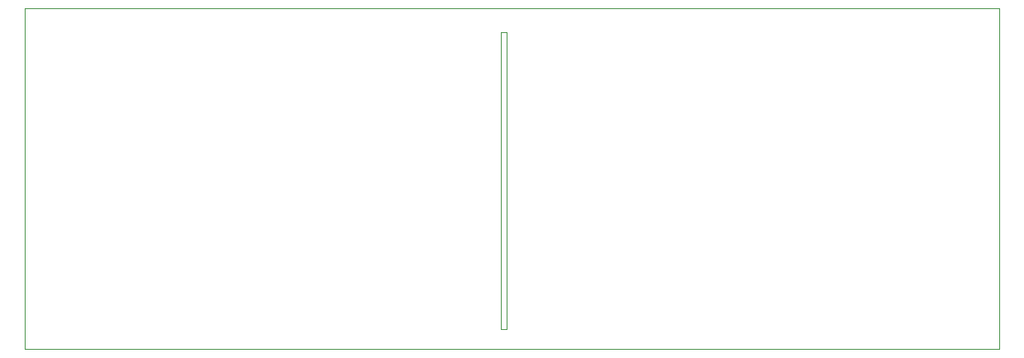
<source format=gbr>
%TF.GenerationSoftware,KiCad,Pcbnew,8.0.5-dirty*%
%TF.CreationDate,2024-09-28T11:23:51-03:00*%
%TF.ProjectId,control_remoto_bcd,636f6e74-726f-46c5-9f72-656d6f746f5f,rev?*%
%TF.SameCoordinates,Original*%
%TF.FileFunction,Profile,NP*%
%FSLAX46Y46*%
G04 Gerber Fmt 4.6, Leading zero omitted, Abs format (unit mm)*
G04 Created by KiCad (PCBNEW 8.0.5-dirty) date 2024-09-28 11:23:51*
%MOMM*%
%LPD*%
G01*
G04 APERTURE LIST*
%TA.AperFunction,Profile*%
%ADD10C,0.050000*%
%TD*%
G04 APERTURE END LIST*
D10*
X126530000Y-40692000D02*
X226530000Y-40692000D01*
X226530000Y-75692000D01*
X126530000Y-75692000D01*
X126530000Y-40692000D01*
X175422000Y-43180000D02*
X176022000Y-43180000D01*
X176022000Y-73648044D01*
X175422000Y-73648044D01*
X175422000Y-43180000D01*
M02*

</source>
